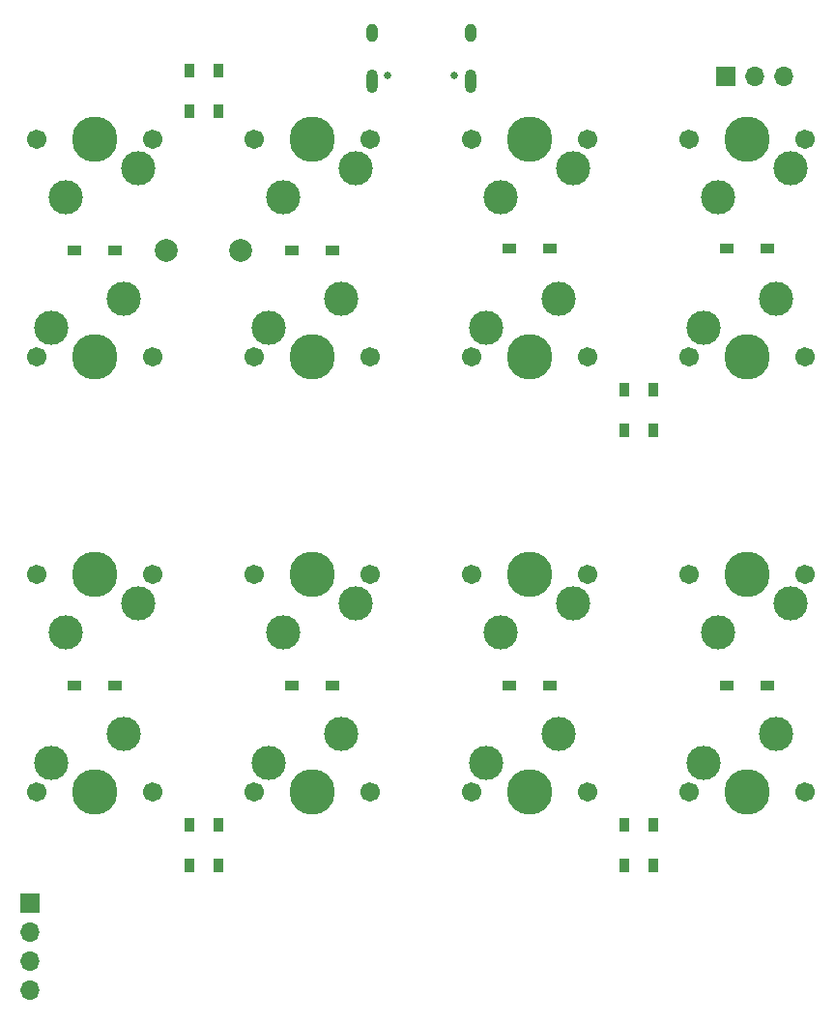
<source format=gbr>
G04 #@! TF.GenerationSoftware,KiCad,Pcbnew,(5.1.2)-2*
G04 #@! TF.CreationDate,2020-01-01T19:17:51+08:00*
G04 #@! TF.ProjectId,redox-receiver,7265646f-782d-4726-9563-65697665722e,rev?*
G04 #@! TF.SameCoordinates,Original*
G04 #@! TF.FileFunction,Soldermask,Top*
G04 #@! TF.FilePolarity,Negative*
%FSLAX46Y46*%
G04 Gerber Fmt 4.6, Leading zero omitted, Abs format (unit mm)*
G04 Created by KiCad (PCBNEW (5.1.2)-2) date 2020-01-01 19:17:51*
%MOMM*%
%LPD*%
G04 APERTURE LIST*
%ADD10C,2.000000*%
%ADD11C,0.650000*%
%ADD12O,1.000000X2.100000*%
%ADD13O,1.000000X1.600000*%
%ADD14O,1.700000X1.700000*%
%ADD15R,1.700000X1.700000*%
%ADD16C,1.701800*%
%ADD17C,3.987800*%
%ADD18C,3.000000*%
%ADD19R,0.950000X1.300000*%
%ADD20R,1.300000X0.950000*%
G04 APERTURE END LIST*
D10*
X92000000Y-78740000D03*
X98500000Y-78740000D03*
D11*
X117190000Y-63400000D03*
X111410000Y-63400000D03*
D12*
X109980000Y-63930000D03*
X118620000Y-63930000D03*
D13*
X109980000Y-59750000D03*
X118620000Y-59750000D03*
D14*
X146050000Y-63500000D03*
X143510000Y-63500000D03*
D15*
X140970000Y-63500000D03*
D14*
X80010000Y-143510000D03*
X80010000Y-140970000D03*
X80010000Y-138430000D03*
D15*
X80010000Y-135890000D03*
D16*
X137795000Y-126206000D03*
X147955000Y-126206000D03*
D17*
X142875000Y-126206000D03*
D18*
X139065000Y-123666000D03*
X145415000Y-121126000D03*
D16*
X118745000Y-126206000D03*
X128905000Y-126206000D03*
D17*
X123825000Y-126206000D03*
D18*
X120015000Y-123666000D03*
X126365000Y-121126000D03*
D16*
X99695000Y-126206000D03*
X109855000Y-126206000D03*
D17*
X104775000Y-126206000D03*
D18*
X100965000Y-123666000D03*
X107315000Y-121126000D03*
D16*
X80645000Y-126206000D03*
X90805000Y-126206000D03*
D17*
X85725000Y-126206000D03*
D18*
X81915000Y-123666000D03*
X88265000Y-121126000D03*
D16*
X147955000Y-107156000D03*
X137795000Y-107156000D03*
D17*
X142875000Y-107156000D03*
D18*
X146685000Y-109696000D03*
X140335000Y-112236000D03*
D16*
X128905000Y-107156000D03*
X118745000Y-107156000D03*
D17*
X123825000Y-107156000D03*
D18*
X127635000Y-109696000D03*
X121285000Y-112236000D03*
D16*
X109855000Y-107156000D03*
X99695000Y-107156000D03*
D17*
X104775000Y-107156000D03*
D18*
X108585000Y-109696000D03*
X102235000Y-112236000D03*
D16*
X90805000Y-107156000D03*
X80645000Y-107156000D03*
D17*
X85725000Y-107156000D03*
D18*
X89535000Y-109696000D03*
X83185000Y-112236000D03*
D16*
X137795000Y-88106200D03*
X147955000Y-88106200D03*
D17*
X142875000Y-88106200D03*
D18*
X139065000Y-85566200D03*
X145415000Y-83026200D03*
D16*
X118745000Y-88106200D03*
X128905000Y-88106200D03*
D17*
X123825000Y-88106200D03*
D18*
X120015000Y-85566200D03*
X126365000Y-83026200D03*
D16*
X99695000Y-88106200D03*
X109855000Y-88106200D03*
D17*
X104775000Y-88106200D03*
D18*
X100965000Y-85566200D03*
X107315000Y-83026200D03*
D16*
X80645000Y-88106200D03*
X90805000Y-88106200D03*
D17*
X85725000Y-88106200D03*
D18*
X81915000Y-85566200D03*
X88265000Y-83026200D03*
D16*
X147955000Y-69056200D03*
X137795000Y-69056200D03*
D17*
X142875000Y-69056200D03*
D18*
X146685000Y-71596200D03*
X140335000Y-74136200D03*
D16*
X128905000Y-69056200D03*
X118745000Y-69056200D03*
D17*
X123825000Y-69056200D03*
D18*
X127635000Y-71596200D03*
X121285000Y-74136200D03*
D16*
X109855000Y-69056200D03*
X99695000Y-69056200D03*
D17*
X104775000Y-69056200D03*
D18*
X108585000Y-71596200D03*
X102235000Y-74136200D03*
D16*
X90805000Y-69056200D03*
X80645000Y-69056200D03*
D17*
X85725000Y-69056200D03*
D18*
X89535000Y-71596200D03*
X83185000Y-74136200D03*
D19*
X134620000Y-132585000D03*
X134620000Y-129035000D03*
X132080000Y-132585000D03*
X132080000Y-129035000D03*
X96520000Y-132585000D03*
X96520000Y-129035000D03*
X93980000Y-132585000D03*
X93980000Y-129035000D03*
D20*
X144650000Y-116840000D03*
X141100000Y-116840000D03*
X125567000Y-116840000D03*
X122017000Y-116840000D03*
X106550000Y-116840000D03*
X103000000Y-116840000D03*
X87500000Y-116840000D03*
X83950000Y-116840000D03*
D19*
X134620000Y-94485000D03*
X134620000Y-90935000D03*
X132080000Y-94485000D03*
X132080000Y-90935000D03*
D20*
X106550000Y-78740000D03*
X103000000Y-78740000D03*
X87500000Y-78740000D03*
X83950000Y-78740000D03*
X144650000Y-78581200D03*
X141100000Y-78581200D03*
X125600000Y-78581200D03*
X122050000Y-78581200D03*
D19*
X96520000Y-66545000D03*
X96520000Y-62995000D03*
X93980000Y-66545000D03*
X93980000Y-62995000D03*
M02*

</source>
